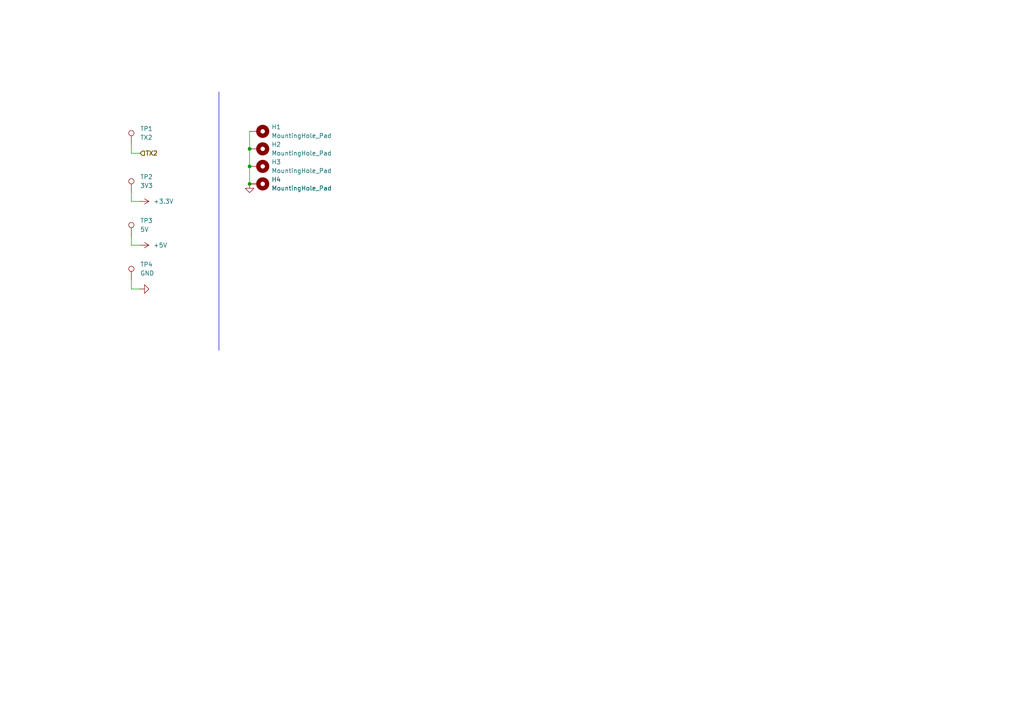
<source format=kicad_sch>
(kicad_sch (version 20250114) (generator "eeschema") (generator_version "9.0")
  (paper "A4")
  (lib_symbols
    (symbol "Connector:TestPoint" (pin_numbers (hide yes)) (pin_names (offset 0.762) (hide yes))
      (property "Reference" "TP" (at 0 6.858 0))
      (property "Value" "TestPoint" (at 0 5.08 0))
      (symbol "TestPoint_0_1"
        (circle (center 0 3.302) (radius 0.762))
      )
      (symbol "TestPoint_1_1"
        (pin passive line (at 0 0 90) (length 2.54) (name "1") (number "1"))
      )
    )
    (symbol "Mechanical:MountingHole_Pad" (pin_numbers (hide yes)) (pin_names (offset 1.016) (hide yes)) (in_bom no)
      (property "Reference" "H" (at 0 6.35 0))
      (property "Value" "MountingHole_Pad" (at 0 4.445 0))
      (symbol "MountingHole_Pad_0_1"
        (circle (center 0 1.27) (radius 1.27) (stroke (width 1.27)))
      )
      (symbol "MountingHole_Pad_1_1"
        (pin input line (at 0 -2.54 90) (length 2.54) (name "1") (number "1"))
      )
    )
    (symbol "power:+3.3V" (power) (pin_numbers (hide yes)) (pin_names (offset 0) (hide yes))
      (property "Value" "+3.3V" (at 0 3.556 0))
      (symbol "+3.3V_0_1"
        (polyline (pts (xy -0.762 1.27) (xy 0 2.54)))
        (polyline (pts (xy 0 2.54) (xy 0.762 1.27)))
        (polyline (pts (xy 0 0) (xy 0 2.54)))
      )
      (symbol "+3.3V_1_1"
        (pin power_in line (at 0 0 90) (length 0) (name "~") (number "1"))
      )
    )
    (symbol "power:GND" (power) (pin_numbers (hide yes)) (pin_names (offset 0) (hide yes))
      (property "Value" "GND" (at 0 -3.81 0))
      (symbol "GND_0_1"
        (polyline (pts (xy 0 0) (xy 0 -1.27) (xy 1.27 -1.27) (xy 0 -2.54) (xy -1.27 -1.27) (xy 0 -1.27)))
      )
      (symbol "GND_1_1"
        (pin power_in line (at 0 0 270) (length 0) (name "~") (number "1"))
      )
    )
  )
  (junction (at 72.39 53.34))
  (junction (at 72.39 43.18))
  (junction (at 72.39 48.26))
  (wire (pts (xy 38.1 44.45) (xy 38.1 41.91)))
  (wire (pts (xy 40.64 83.82) (xy 38.1 83.82)))
  (wire (pts (xy 72.39 43.18) (xy 72.39 48.26)))
  (wire (pts (xy 40.64 44.45) (xy 38.1 44.45)))
  (wire (pts (xy 38.1 71.12) (xy 38.1 68.58)))
  (wire (pts (xy 40.64 71.12) (xy 38.1 71.12)))
  (wire (pts (xy 40.64 58.42) (xy 38.1 58.42)))
  (wire (pts (xy 72.39 48.26) (xy 72.39 53.34)))
  (polyline (pts (xy 63.5 26.67) (xy 63.5 101.6)))
  (wire (pts (xy 38.1 58.42) (xy 38.1 55.88)))
  (wire (pts (xy 38.1 83.82) (xy 38.1 81.28)))
  (wire (pts (xy 72.39 38.1) (xy 72.39 43.18)))
  (hierarchical_label "TX2" (shape input) (at 40.64 44.45 0) (effects (font (thickness 0.254) (bold yes))))
  (symbol (lib_id "Connector:TestPoint") (at 38.1 41.91 0) (unit 1)
    (property "Reference" "TP1" (at 40.64 37.3379 0) (effects (justify left)))
    (property "Value" "TX2" (at 40.64 39.8779 0) (effects (justify left)))
    (property "Footprint" "Connector_PinHeader_1.00mm:PinHeader_1x01_P1.00mm_Vertical" (effects (hide yes)))
    (property "Description" "test point" (effects (hide yes)))
  )
  (symbol (lib_id "Mechanical:MountingHole_Pad") (at 74.93 53.34 270) (unit 1) (in_bom no)
    (property "Reference" "H4" (at 78.74 52.0699 90) (effects (justify left)))
    (property "Value" "MountingHole_Pad" (at 78.74 54.6099 90) (effects (justify left)))
    (property "Footprint" "MountingHole:MountingHole_2.2mm_M2_DIN965_Pad" (effects (hide yes)))
    (property "Description" "Mounting Hole with connection" (effects (hide yes)))
  )
  (symbol (lib_id "Mechanical:MountingHole_Pad") (at 74.93 48.26 270) (unit 1) (in_bom no)
    (property "Reference" "H3" (at 78.74 46.9899 90) (effects (justify left)))
    (property "Value" "MountingHole_Pad" (at 78.74 49.5299 90) (effects (justify left)))
    (property "Footprint" "MountingHole:MountingHole_2.2mm_M2_DIN965_Pad" (effects (hide yes)))
    (property "Description" "Mounting Hole with connection" (effects (hide yes)))
  )
  (symbol (lib_id "power:GND") (at 40.64 83.82 90) (unit 1)
    (property "Reference" "#PWR086" (effects (hide yes)))
    (property "Value" "GND" (effects (hide yes)))
    (property "Description" "Power symbol creates a global label with name \"GND\" , ground" (effects (hide yes)))
  )
  (symbol (lib_id "power:GND") (at 72.39 53.34 0) (unit 1)
    (property "Reference" "#PWR083" (effects (hide yes)))
    (property "Value" "GND" (effects (hide yes)))
    (property "Description" "Power symbol creates a global label with name \"GND\" , ground" (effects (hide yes)))
  )
  (symbol (lib_id "Mechanical:MountingHole_Pad") (at 74.93 43.18 270) (unit 1) (in_bom no)
    (property "Reference" "H2" (at 78.74 41.9099 90) (effects (justify left)))
    (property "Value" "MountingHole_Pad" (at 78.74 44.4499 90) (effects (justify left)))
    (property "Footprint" "MountingHole:MountingHole_2.2mm_M2_DIN965_Pad" (effects (hide yes)))
    (property "Description" "Mounting Hole with connection" (effects (hide yes)))
  )
  (symbol (lib_id "Connector:TestPoint") (at 38.1 55.88 0) (unit 1)
    (property "Reference" "TP2" (at 40.64 51.3079 0) (effects (justify left)))
    (property "Value" "3V3" (at 40.64 53.8479 0) (effects (justify left)))
    (property "Footprint" "Connector_PinHeader_2.54mm:PinHeader_1x01_P2.54mm_Vertical" (effects (hide yes)))
    (property "Description" "test point" (effects (hide yes)))
  )
  (symbol (lib_id "Connector:TestPoint") (at 38.1 68.58 0) (unit 1)
    (property "Reference" "TP3" (at 40.64 64.0079 0) (effects (justify left)))
    (property "Value" "5V" (at 40.64 66.5479 0) (effects (justify left)))
    (property "Footprint" "Connector_PinHeader_2.54mm:PinHeader_1x01_P2.54mm_Vertical" (effects (hide yes)))
    (property "Description" "test point" (effects (hide yes)))
  )
  (symbol (lib_id "power:+3.3V") (at 40.64 58.42 270) (unit 1)
    (property "Reference" "#PWR084" (effects (hide yes)))
    (property "Value" "+3.3V" (at 44.45 58.4199 90) (effects (justify left)))
    (property "Description" "Power symbol creates a global label with name \"+3.3V\"" (effects (hide yes)))
  )
  (symbol (lib_id "Mechanical:MountingHole_Pad") (at 74.93 38.1 270) (unit 1) (in_bom no)
    (property "Reference" "H1" (at 78.74 36.8299 90) (effects (justify left)))
    (property "Value" "MountingHole_Pad" (at 78.74 39.3699 90) (effects (justify left)))
    (property "Footprint" "MountingHole:MountingHole_2.2mm_M2_DIN965_Pad" (effects (hide yes)))
    (property "Description" "Mounting Hole with connection" (effects (hide yes)))
  )
  (symbol (lib_id "power:+3.3V") (at 40.64 71.12 270) (unit 1)
    (property "Reference" "#PWR085" (effects (hide yes)))
    (property "Value" "+5V" (at 44.45 71.1199 90) (effects (justify left)))
    (property "Description" "Power symbol creates a global label with name \"+3.3V\"" (effects (hide yes)))
  )
  (symbol (lib_id "Connector:TestPoint") (at 38.1 81.28 0) (unit 1)
    (property "Reference" "TP4" (at 40.64 76.7079 0) (effects (justify left)))
    (property "Value" "GND" (at 40.64 79.2479 0) (effects (justify left)))
    (property "Footprint" "Connector_PinHeader_2.54mm:PinHeader_1x01_P2.54mm_Vertical" (effects (hide yes)))
    (property "Description" "test point" (effects (hide yes)))
  )
)
</source>
